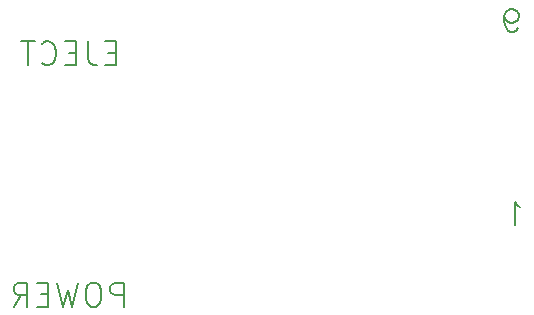
<source format=gbr>
%TF.GenerationSoftware,KiCad,Pcbnew,8.0.3*%
%TF.CreationDate,2024-07-06T19:28:05+01:00*%
%TF.ProjectId,XBox button board_no_LAN-HDD_all tracks front,58426f78-2062-4757-9474-6f6e20626f61,rev?*%
%TF.SameCoordinates,Original*%
%TF.FileFunction,Legend,Bot*%
%TF.FilePolarity,Positive*%
%FSLAX46Y46*%
G04 Gerber Fmt 4.6, Leading zero omitted, Abs format (unit mm)*
G04 Created by KiCad (PCBNEW 8.0.3) date 2024-07-06 19:28:05*
%MOMM*%
%LPD*%
G01*
G04 APERTURE LIST*
%ADD10C,0.203200*%
%ADD11C,0.200000*%
%ADD12C,0.150000*%
%ADD13C,2.000000*%
%ADD14R,1.800000X1.800000*%
%ADD15C,1.800000*%
%ADD16R,2.000000X1.400000*%
%ADD17O,2.000000X1.400000*%
G04 APERTURE END LIST*
D10*
X181234270Y-85376800D02*
X181511130Y-85468240D01*
X181696550Y-85468240D02*
X181973410Y-85376800D01*
X181881970Y-83621660D02*
X181605110Y-83530220D01*
X181823550Y-99913220D02*
X181823550Y-101851240D01*
X181605110Y-83530220D02*
X181511130Y-83530220D01*
X182158830Y-84175380D02*
X182158830Y-84083940D01*
X181605110Y-84729100D02*
X181881970Y-84637660D01*
X180957410Y-84637660D02*
X181051390Y-85099940D01*
X181511130Y-84729100D02*
X181605110Y-84729100D01*
X181234270Y-84637660D02*
X181511130Y-84729100D01*
X182067390Y-84452240D02*
X182158830Y-84175380D01*
X181051390Y-83807080D02*
X180957410Y-84175380D01*
X181051390Y-85099940D02*
X181234270Y-85376800D01*
X181881970Y-84637660D02*
X182067390Y-84452240D01*
X180957410Y-84175380D02*
X180957410Y-84637660D01*
X181051390Y-84452240D02*
X181234270Y-84637660D01*
X182285830Y-100281520D02*
X182100410Y-100190080D01*
X181511130Y-85468240D02*
X181696550Y-85468240D01*
X181973410Y-85376800D02*
X182067390Y-85191380D01*
X182158830Y-84083940D02*
X182067390Y-83807080D01*
X181511130Y-83530220D02*
X181234270Y-83621660D01*
X182100410Y-100190080D02*
X181823550Y-99913220D01*
X181234270Y-83621660D02*
X181051390Y-83807080D01*
X180957410Y-84175380D02*
X181051390Y-84452240D01*
X182067390Y-83807080D02*
X181881970Y-83621660D01*
D11*
X148053061Y-87247219D02*
X147386394Y-87247219D01*
X147100680Y-88294838D02*
X148053061Y-88294838D01*
X148053061Y-88294838D02*
X148053061Y-86294838D01*
X148053061Y-86294838D02*
X147100680Y-86294838D01*
X145672108Y-86294838D02*
X145672108Y-87723409D01*
X145672108Y-87723409D02*
X145767347Y-88009123D01*
X145767347Y-88009123D02*
X145957823Y-88199600D01*
X145957823Y-88199600D02*
X146243537Y-88294838D01*
X146243537Y-88294838D02*
X146434013Y-88294838D01*
X144719727Y-87247219D02*
X144053060Y-87247219D01*
X143767346Y-88294838D02*
X144719727Y-88294838D01*
X144719727Y-88294838D02*
X144719727Y-86294838D01*
X144719727Y-86294838D02*
X143767346Y-86294838D01*
X141767346Y-88104361D02*
X141862584Y-88199600D01*
X141862584Y-88199600D02*
X142148298Y-88294838D01*
X142148298Y-88294838D02*
X142338774Y-88294838D01*
X142338774Y-88294838D02*
X142624489Y-88199600D01*
X142624489Y-88199600D02*
X142814965Y-88009123D01*
X142814965Y-88009123D02*
X142910203Y-87818647D01*
X142910203Y-87818647D02*
X143005441Y-87437695D01*
X143005441Y-87437695D02*
X143005441Y-87151980D01*
X143005441Y-87151980D02*
X142910203Y-86771028D01*
X142910203Y-86771028D02*
X142814965Y-86580552D01*
X142814965Y-86580552D02*
X142624489Y-86390076D01*
X142624489Y-86390076D02*
X142338774Y-86294838D01*
X142338774Y-86294838D02*
X142148298Y-86294838D01*
X142148298Y-86294838D02*
X141862584Y-86390076D01*
X141862584Y-86390076D02*
X141767346Y-86485314D01*
X141195917Y-86294838D02*
X140053060Y-86294838D01*
X140624489Y-88294838D02*
X140624489Y-86294838D01*
D12*
X148735955Y-108747438D02*
X148735955Y-106747438D01*
X148735955Y-106747438D02*
X147974050Y-106747438D01*
X147974050Y-106747438D02*
X147783574Y-106842676D01*
X147783574Y-106842676D02*
X147688336Y-106937914D01*
X147688336Y-106937914D02*
X147593098Y-107128390D01*
X147593098Y-107128390D02*
X147593098Y-107414104D01*
X147593098Y-107414104D02*
X147688336Y-107604580D01*
X147688336Y-107604580D02*
X147783574Y-107699819D01*
X147783574Y-107699819D02*
X147974050Y-107795057D01*
X147974050Y-107795057D02*
X148735955Y-107795057D01*
X146355003Y-106747438D02*
X145974050Y-106747438D01*
X145974050Y-106747438D02*
X145783574Y-106842676D01*
X145783574Y-106842676D02*
X145593098Y-107033152D01*
X145593098Y-107033152D02*
X145497860Y-107414104D01*
X145497860Y-107414104D02*
X145497860Y-108080771D01*
X145497860Y-108080771D02*
X145593098Y-108461723D01*
X145593098Y-108461723D02*
X145783574Y-108652200D01*
X145783574Y-108652200D02*
X145974050Y-108747438D01*
X145974050Y-108747438D02*
X146355003Y-108747438D01*
X146355003Y-108747438D02*
X146545479Y-108652200D01*
X146545479Y-108652200D02*
X146735955Y-108461723D01*
X146735955Y-108461723D02*
X146831193Y-108080771D01*
X146831193Y-108080771D02*
X146831193Y-107414104D01*
X146831193Y-107414104D02*
X146735955Y-107033152D01*
X146735955Y-107033152D02*
X146545479Y-106842676D01*
X146545479Y-106842676D02*
X146355003Y-106747438D01*
X144831193Y-106747438D02*
X144355003Y-108747438D01*
X144355003Y-108747438D02*
X143974050Y-107318866D01*
X143974050Y-107318866D02*
X143593098Y-108747438D01*
X143593098Y-108747438D02*
X143116908Y-106747438D01*
X142355003Y-107699819D02*
X141688336Y-107699819D01*
X141402622Y-108747438D02*
X142355003Y-108747438D01*
X142355003Y-108747438D02*
X142355003Y-106747438D01*
X142355003Y-106747438D02*
X141402622Y-106747438D01*
X139402622Y-108747438D02*
X140069289Y-107795057D01*
X140545479Y-108747438D02*
X140545479Y-106747438D01*
X140545479Y-106747438D02*
X139783574Y-106747438D01*
X139783574Y-106747438D02*
X139593098Y-106842676D01*
X139593098Y-106842676D02*
X139497860Y-106937914D01*
X139497860Y-106937914D02*
X139402622Y-107128390D01*
X139402622Y-107128390D02*
X139402622Y-107414104D01*
X139402622Y-107414104D02*
X139497860Y-107604580D01*
X139497860Y-107604580D02*
X139593098Y-107699819D01*
X139593098Y-107699819D02*
X139783574Y-107795057D01*
X139783574Y-107795057D02*
X140545479Y-107795057D01*
%LPC*%
D13*
%TO.C,EJECT*%
X147510830Y-94700000D03*
X141010830Y-94700000D03*
X147510830Y-90200000D03*
X141010830Y-90200000D03*
%TD*%
D14*
%TO.C,D1*%
X112308830Y-90279000D03*
D15*
X112308830Y-92819000D03*
X112308830Y-95359000D03*
%TD*%
D16*
%TO.C,J1*%
X184317830Y-100693000D03*
D17*
X184317830Y-98693000D03*
X184317830Y-96693000D03*
X184317830Y-94693000D03*
X184317830Y-92693000D03*
X184317830Y-90693000D03*
X184317830Y-88693000D03*
X184317830Y-86693000D03*
X184317830Y-84693000D03*
%TD*%
D13*
%TO.C,POWER*%
X140910830Y-110750000D03*
X147410830Y-110750000D03*
X140910830Y-115250000D03*
X147410830Y-115250000D03*
%TD*%
D14*
%TO.C,D2*%
X176250000Y-95330000D03*
D15*
X176250000Y-92790000D03*
X176250000Y-90250000D03*
%TD*%
%LPD*%
M02*

</source>
